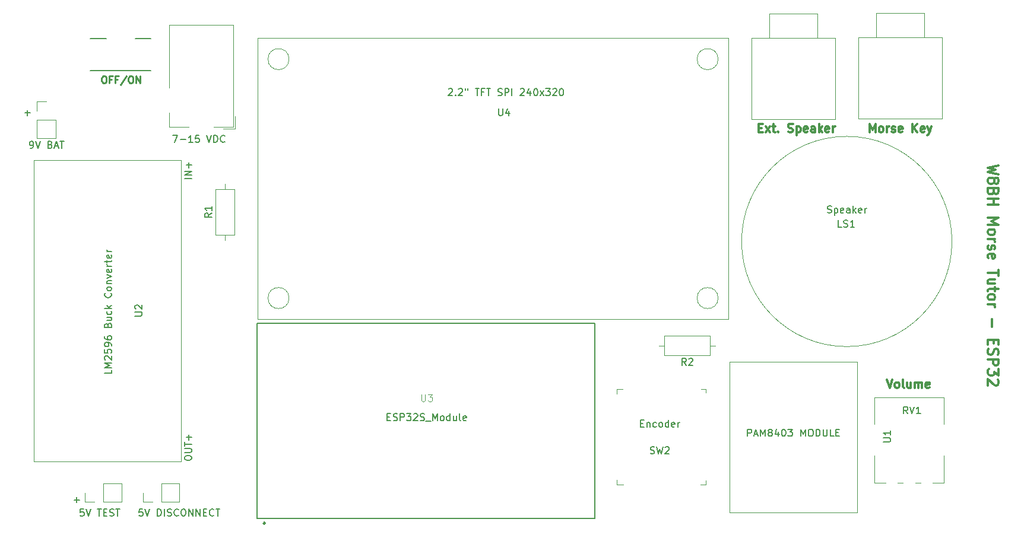
<source format=gbr>
G04 #@! TF.GenerationSoftware,KiCad,Pcbnew,(5.1.4)-1*
G04 #@! TF.CreationDate,2019-10-09T17:37:27-04:00*
G04 #@! TF.ProjectId,MorseTutor3,4d6f7273-6554-4757-946f-72332e6b6963,rev?*
G04 #@! TF.SameCoordinates,Original*
G04 #@! TF.FileFunction,Legend,Top*
G04 #@! TF.FilePolarity,Positive*
%FSLAX46Y46*%
G04 Gerber Fmt 4.6, Leading zero omitted, Abs format (unit mm)*
G04 Created by KiCad (PCBNEW (5.1.4)-1) date 2019-10-09 17:37:27*
%MOMM*%
%LPD*%
G04 APERTURE LIST*
%ADD10C,0.300000*%
%ADD11C,0.150000*%
%ADD12C,0.100000*%
%ADD13C,0.127000*%
%ADD14C,0.280000*%
%ADD15C,0.120000*%
%ADD16C,0.050000*%
%ADD17C,0.250000*%
G04 APERTURE END LIST*
D10*
X159385714Y-83842857D02*
X159785714Y-85042857D01*
X160185714Y-83842857D01*
X160757142Y-85042857D02*
X160642857Y-84985714D01*
X160585714Y-84928571D01*
X160528571Y-84814285D01*
X160528571Y-84471428D01*
X160585714Y-84357142D01*
X160642857Y-84300000D01*
X160757142Y-84242857D01*
X160928571Y-84242857D01*
X161042857Y-84300000D01*
X161100000Y-84357142D01*
X161157142Y-84471428D01*
X161157142Y-84814285D01*
X161100000Y-84928571D01*
X161042857Y-84985714D01*
X160928571Y-85042857D01*
X160757142Y-85042857D01*
X161842857Y-85042857D02*
X161728571Y-84985714D01*
X161671428Y-84871428D01*
X161671428Y-83842857D01*
X162814285Y-84242857D02*
X162814285Y-85042857D01*
X162300000Y-84242857D02*
X162300000Y-84871428D01*
X162357142Y-84985714D01*
X162471428Y-85042857D01*
X162642857Y-85042857D01*
X162757142Y-84985714D01*
X162814285Y-84928571D01*
X163385714Y-85042857D02*
X163385714Y-84242857D01*
X163385714Y-84357142D02*
X163442857Y-84300000D01*
X163557142Y-84242857D01*
X163728571Y-84242857D01*
X163842857Y-84300000D01*
X163900000Y-84414285D01*
X163900000Y-85042857D01*
X163900000Y-84414285D02*
X163957142Y-84300000D01*
X164071428Y-84242857D01*
X164242857Y-84242857D01*
X164357142Y-84300000D01*
X164414285Y-84414285D01*
X164414285Y-85042857D01*
X165442857Y-84985714D02*
X165328571Y-85042857D01*
X165100000Y-85042857D01*
X164985714Y-84985714D01*
X164928571Y-84871428D01*
X164928571Y-84414285D01*
X164985714Y-84300000D01*
X165100000Y-84242857D01*
X165328571Y-84242857D01*
X165442857Y-84300000D01*
X165500000Y-84414285D01*
X165500000Y-84528571D01*
X164928571Y-84642857D01*
X175321428Y-53249999D02*
X173821428Y-53607142D01*
X174892857Y-53892857D01*
X173821428Y-54178571D01*
X175321428Y-54535714D01*
X174678571Y-55321428D02*
X174750000Y-55178571D01*
X174821428Y-55107142D01*
X174964285Y-55035714D01*
X175035714Y-55035714D01*
X175178571Y-55107142D01*
X175250000Y-55178571D01*
X175321428Y-55321428D01*
X175321428Y-55607142D01*
X175250000Y-55749999D01*
X175178571Y-55821428D01*
X175035714Y-55892857D01*
X174964285Y-55892857D01*
X174821428Y-55821428D01*
X174750000Y-55749999D01*
X174678571Y-55607142D01*
X174678571Y-55321428D01*
X174607142Y-55178571D01*
X174535714Y-55107142D01*
X174392857Y-55035714D01*
X174107142Y-55035714D01*
X173964285Y-55107142D01*
X173892857Y-55178571D01*
X173821428Y-55321428D01*
X173821428Y-55607142D01*
X173892857Y-55749999D01*
X173964285Y-55821428D01*
X174107142Y-55892857D01*
X174392857Y-55892857D01*
X174535714Y-55821428D01*
X174607142Y-55749999D01*
X174678571Y-55607142D01*
X174607142Y-57035714D02*
X174535714Y-57249999D01*
X174464285Y-57321428D01*
X174321428Y-57392857D01*
X174107142Y-57392857D01*
X173964285Y-57321428D01*
X173892857Y-57249999D01*
X173821428Y-57107142D01*
X173821428Y-56535714D01*
X175321428Y-56535714D01*
X175321428Y-57035714D01*
X175250000Y-57178571D01*
X175178571Y-57249999D01*
X175035714Y-57321428D01*
X174892857Y-57321428D01*
X174750000Y-57249999D01*
X174678571Y-57178571D01*
X174607142Y-57035714D01*
X174607142Y-56535714D01*
X173821428Y-58035714D02*
X175321428Y-58035714D01*
X174607142Y-58035714D02*
X174607142Y-58892857D01*
X173821428Y-58892857D02*
X175321428Y-58892857D01*
X173821428Y-60749999D02*
X175321428Y-60749999D01*
X174250000Y-61249999D01*
X175321428Y-61749999D01*
X173821428Y-61749999D01*
X173821428Y-62678571D02*
X173892857Y-62535714D01*
X173964285Y-62464285D01*
X174107142Y-62392857D01*
X174535714Y-62392857D01*
X174678571Y-62464285D01*
X174750000Y-62535714D01*
X174821428Y-62678571D01*
X174821428Y-62892857D01*
X174750000Y-63035714D01*
X174678571Y-63107142D01*
X174535714Y-63178571D01*
X174107142Y-63178571D01*
X173964285Y-63107142D01*
X173892857Y-63035714D01*
X173821428Y-62892857D01*
X173821428Y-62678571D01*
X173821428Y-63821428D02*
X174821428Y-63821428D01*
X174535714Y-63821428D02*
X174678571Y-63892857D01*
X174750000Y-63964285D01*
X174821428Y-64107142D01*
X174821428Y-64249999D01*
X173892857Y-64678571D02*
X173821428Y-64821428D01*
X173821428Y-65107142D01*
X173892857Y-65249999D01*
X174035714Y-65321428D01*
X174107142Y-65321428D01*
X174250000Y-65249999D01*
X174321428Y-65107142D01*
X174321428Y-64892857D01*
X174392857Y-64749999D01*
X174535714Y-64678571D01*
X174607142Y-64678571D01*
X174750000Y-64749999D01*
X174821428Y-64892857D01*
X174821428Y-65107142D01*
X174750000Y-65249999D01*
X173892857Y-66535714D02*
X173821428Y-66392857D01*
X173821428Y-66107142D01*
X173892857Y-65964285D01*
X174035714Y-65892857D01*
X174607142Y-65892857D01*
X174750000Y-65964285D01*
X174821428Y-66107142D01*
X174821428Y-66392857D01*
X174750000Y-66535714D01*
X174607142Y-66607142D01*
X174464285Y-66607142D01*
X174321428Y-65892857D01*
X175321428Y-68178571D02*
X175321428Y-69035714D01*
X173821428Y-68607142D02*
X175321428Y-68607142D01*
X174821428Y-70178571D02*
X173821428Y-70178571D01*
X174821428Y-69535714D02*
X174035714Y-69535714D01*
X173892857Y-69607142D01*
X173821428Y-69749999D01*
X173821428Y-69964285D01*
X173892857Y-70107142D01*
X173964285Y-70178571D01*
X174821428Y-70678571D02*
X174821428Y-71249999D01*
X175321428Y-70892857D02*
X174035714Y-70892857D01*
X173892857Y-70964285D01*
X173821428Y-71107142D01*
X173821428Y-71249999D01*
X173821428Y-71964285D02*
X173892857Y-71821428D01*
X173964285Y-71750000D01*
X174107142Y-71678571D01*
X174535714Y-71678571D01*
X174678571Y-71750000D01*
X174750000Y-71821428D01*
X174821428Y-71964285D01*
X174821428Y-72178571D01*
X174750000Y-72321428D01*
X174678571Y-72392857D01*
X174535714Y-72464285D01*
X174107142Y-72464285D01*
X173964285Y-72392857D01*
X173892857Y-72321428D01*
X173821428Y-72178571D01*
X173821428Y-71964285D01*
X173821428Y-73107142D02*
X174821428Y-73107142D01*
X174535714Y-73107142D02*
X174678571Y-73178571D01*
X174750000Y-73250000D01*
X174821428Y-73392857D01*
X174821428Y-73535714D01*
X174392857Y-75178571D02*
X174392857Y-76321428D01*
X174607142Y-78178571D02*
X174607142Y-78678571D01*
X173821428Y-78892857D02*
X173821428Y-78178571D01*
X175321428Y-78178571D01*
X175321428Y-78892857D01*
X173892857Y-79464285D02*
X173821428Y-79678571D01*
X173821428Y-80035714D01*
X173892857Y-80178571D01*
X173964285Y-80250000D01*
X174107142Y-80321428D01*
X174250000Y-80321428D01*
X174392857Y-80250000D01*
X174464285Y-80178571D01*
X174535714Y-80035714D01*
X174607142Y-79750000D01*
X174678571Y-79607142D01*
X174750000Y-79535714D01*
X174892857Y-79464285D01*
X175035714Y-79464285D01*
X175178571Y-79535714D01*
X175250000Y-79607142D01*
X175321428Y-79750000D01*
X175321428Y-80107142D01*
X175250000Y-80321428D01*
X173821428Y-80964285D02*
X175321428Y-80964285D01*
X175321428Y-81535714D01*
X175250000Y-81678571D01*
X175178571Y-81750000D01*
X175035714Y-81821428D01*
X174821428Y-81821428D01*
X174678571Y-81750000D01*
X174607142Y-81678571D01*
X174535714Y-81535714D01*
X174535714Y-80964285D01*
X175321428Y-82321428D02*
X175321428Y-83250000D01*
X174750000Y-82750000D01*
X174750000Y-82964285D01*
X174678571Y-83107142D01*
X174607142Y-83178571D01*
X174464285Y-83250000D01*
X174107142Y-83250000D01*
X173964285Y-83178571D01*
X173892857Y-83107142D01*
X173821428Y-82964285D01*
X173821428Y-82535714D01*
X173892857Y-82392857D01*
X173964285Y-82321428D01*
X175178571Y-83821428D02*
X175250000Y-83892857D01*
X175321428Y-84035714D01*
X175321428Y-84392857D01*
X175250000Y-84535714D01*
X175178571Y-84607142D01*
X175035714Y-84678571D01*
X174892857Y-84678571D01*
X174678571Y-84607142D01*
X173821428Y-83750000D01*
X173821428Y-84678571D01*
D11*
X44215952Y-101036428D02*
X43454047Y-101036428D01*
X43835000Y-101417380D02*
X43835000Y-100655476D01*
X37210952Y-45791428D02*
X36449047Y-45791428D01*
X36830000Y-46172380D02*
X36830000Y-45410476D01*
D12*
X168670000Y-64135000D02*
G75*
G03X168670000Y-64135000I-15000000J0D01*
G01*
D13*
X69550000Y-98750000D02*
X69550000Y-75800000D01*
X69550000Y-75800000D02*
X69550000Y-80750000D01*
X69550000Y-103700000D02*
X69550000Y-98750000D01*
D14*
X70740000Y-104350000D02*
G75*
G03X70740000Y-104350000I-140000J0D01*
G01*
D13*
X117750000Y-75800000D02*
X117750000Y-103700000D01*
X69550000Y-75800000D02*
X117750000Y-75800000D01*
X117750000Y-103700000D02*
X69550000Y-103700000D01*
D12*
X142650000Y-31600000D02*
X142650000Y-35100000D01*
X149450000Y-31600000D02*
X142650000Y-31600000D01*
X149450000Y-35100000D02*
X149450000Y-31600000D01*
X140050000Y-46700000D02*
X140050000Y-35100000D01*
X152050000Y-46700000D02*
X140050000Y-46700000D01*
X152050000Y-35100000D02*
X152050000Y-46700000D01*
X152050000Y-35100000D02*
X140050000Y-35100000D01*
X157890000Y-31500000D02*
X157890000Y-35000000D01*
X164690000Y-31500000D02*
X157890000Y-31500000D01*
X164690000Y-35000000D02*
X164690000Y-31500000D01*
X155290000Y-46600000D02*
X155290000Y-35000000D01*
X167290000Y-46600000D02*
X155290000Y-46600000D01*
X167290000Y-35000000D02*
X167290000Y-46600000D01*
X167290000Y-35000000D02*
X155290000Y-35000000D01*
X155150000Y-102825000D02*
X136950000Y-102825000D01*
X155150000Y-81325000D02*
X155150000Y-102825000D01*
X136950000Y-81325000D02*
X155150000Y-81325000D01*
X136950000Y-102825000D02*
X136950000Y-81325000D01*
D15*
X56995000Y-42190000D02*
X56995000Y-33190000D01*
X56995000Y-33190000D02*
X66195000Y-33190000D01*
X66195000Y-33190000D02*
X66195000Y-47790000D01*
X66195000Y-47790000D02*
X63395000Y-47790000D01*
X59795000Y-47790000D02*
X56995000Y-47790000D01*
X56995000Y-47790000D02*
X56995000Y-45790000D01*
X66435000Y-46290000D02*
X66435000Y-48030000D01*
X66435000Y-48030000D02*
X64695000Y-48030000D01*
X63630000Y-63190000D02*
X66370000Y-63190000D01*
X66370000Y-63190000D02*
X66370000Y-56650000D01*
X66370000Y-56650000D02*
X63630000Y-56650000D01*
X63630000Y-56650000D02*
X63630000Y-63190000D01*
X65000000Y-63960000D02*
X65000000Y-63190000D01*
X65000000Y-55880000D02*
X65000000Y-56650000D01*
X126880000Y-79000000D02*
X127650000Y-79000000D01*
X134960000Y-79000000D02*
X134190000Y-79000000D01*
X127650000Y-80370000D02*
X134190000Y-80370000D01*
X127650000Y-77630000D02*
X127650000Y-80370000D01*
X134190000Y-77630000D02*
X127650000Y-77630000D01*
X134190000Y-80370000D02*
X134190000Y-77630000D01*
D11*
X54370000Y-39765000D02*
X45770000Y-39765000D01*
X54370000Y-35165000D02*
X52170000Y-35165000D01*
X48070000Y-35165000D02*
X45770000Y-35165000D01*
D15*
X45045000Y-101330000D02*
X45045000Y-100000000D01*
X46375000Y-101330000D02*
X45045000Y-101330000D01*
X47645000Y-101330000D02*
X47645000Y-98670000D01*
X47645000Y-98670000D02*
X50245000Y-98670000D01*
X47645000Y-101330000D02*
X50245000Y-101330000D01*
X50245000Y-101330000D02*
X50245000Y-98670000D01*
X58500000Y-101330000D02*
X58500000Y-98670000D01*
X55900000Y-101330000D02*
X58500000Y-101330000D01*
X55900000Y-98670000D02*
X58500000Y-98670000D01*
X55900000Y-101330000D02*
X55900000Y-98670000D01*
X54630000Y-101330000D02*
X53300000Y-101330000D01*
X53300000Y-101330000D02*
X53300000Y-100000000D01*
X38170000Y-49370000D02*
X40830000Y-49370000D01*
X38170000Y-46770000D02*
X38170000Y-49370000D01*
X40830000Y-46770000D02*
X40830000Y-49370000D01*
X38170000Y-46770000D02*
X40830000Y-46770000D01*
X38170000Y-45500000D02*
X38170000Y-44170000D01*
X38170000Y-44170000D02*
X39500000Y-44170000D01*
D12*
X121775000Y-98825000D02*
X120825000Y-98825000D01*
X120825000Y-98825000D02*
X120825000Y-98150000D01*
X121675000Y-85175000D02*
X120825000Y-85175000D01*
X120825000Y-85175000D02*
X120825000Y-85850000D01*
X133575000Y-98250000D02*
X133575000Y-98825000D01*
X133575000Y-98825000D02*
X132775000Y-98825000D01*
X132875000Y-85175000D02*
X133575000Y-85175000D01*
X133575000Y-85175000D02*
X133575000Y-85675000D01*
X58760000Y-52500000D02*
X58760000Y-95500000D01*
X58760000Y-95500000D02*
X37760000Y-95500000D01*
X37760000Y-95500000D02*
X37760000Y-52500000D01*
X37760000Y-52500000D02*
X58760000Y-52500000D01*
X69620000Y-35110000D02*
X136820000Y-35110000D01*
X136820000Y-35110000D02*
X136820000Y-75210000D01*
X136820000Y-75210000D02*
X69620000Y-75210000D01*
X69620000Y-75210000D02*
X69620000Y-35110000D01*
X74120000Y-38110000D02*
G75*
G03X74120000Y-38110000I-1500000J0D01*
G01*
X74120000Y-72210000D02*
G75*
G03X74120000Y-72210000I-1500000J0D01*
G01*
X135320000Y-38110000D02*
G75*
G03X135320000Y-38110000I-1500000J0D01*
G01*
X135320000Y-72210000D02*
G75*
G03X135320000Y-72210000I-1500000J0D01*
G01*
D15*
X157590000Y-98595000D02*
X157590000Y-94730000D01*
X157590000Y-90220000D02*
X157590000Y-86355000D01*
X167530000Y-98595000D02*
X167530000Y-94730000D01*
X167530000Y-90220000D02*
X167530000Y-86355000D01*
X157590000Y-98595000D02*
X159189000Y-98595000D01*
X160931000Y-98595000D02*
X161690000Y-98595000D01*
X163431000Y-98595000D02*
X164190000Y-98595000D01*
X165930000Y-98595000D02*
X167530000Y-98595000D01*
X157590000Y-86355000D02*
X167530000Y-86355000D01*
D11*
X152947142Y-62087380D02*
X152470952Y-62087380D01*
X152470952Y-61087380D01*
X153232857Y-62039761D02*
X153375714Y-62087380D01*
X153613809Y-62087380D01*
X153709047Y-62039761D01*
X153756666Y-61992142D01*
X153804285Y-61896904D01*
X153804285Y-61801666D01*
X153756666Y-61706428D01*
X153709047Y-61658809D01*
X153613809Y-61611190D01*
X153423333Y-61563571D01*
X153328095Y-61515952D01*
X153280476Y-61468333D01*
X153232857Y-61373095D01*
X153232857Y-61277857D01*
X153280476Y-61182619D01*
X153328095Y-61135000D01*
X153423333Y-61087380D01*
X153661428Y-61087380D01*
X153804285Y-61135000D01*
X154756666Y-62087380D02*
X154185238Y-62087380D01*
X154470952Y-62087380D02*
X154470952Y-61087380D01*
X154375714Y-61230238D01*
X154280476Y-61325476D01*
X154185238Y-61373095D01*
X150908095Y-59999761D02*
X151050952Y-60047380D01*
X151289047Y-60047380D01*
X151384285Y-59999761D01*
X151431904Y-59952142D01*
X151479523Y-59856904D01*
X151479523Y-59761666D01*
X151431904Y-59666428D01*
X151384285Y-59618809D01*
X151289047Y-59571190D01*
X151098571Y-59523571D01*
X151003333Y-59475952D01*
X150955714Y-59428333D01*
X150908095Y-59333095D01*
X150908095Y-59237857D01*
X150955714Y-59142619D01*
X151003333Y-59095000D01*
X151098571Y-59047380D01*
X151336666Y-59047380D01*
X151479523Y-59095000D01*
X151908095Y-59380714D02*
X151908095Y-60380714D01*
X151908095Y-59428333D02*
X152003333Y-59380714D01*
X152193809Y-59380714D01*
X152289047Y-59428333D01*
X152336666Y-59475952D01*
X152384285Y-59571190D01*
X152384285Y-59856904D01*
X152336666Y-59952142D01*
X152289047Y-59999761D01*
X152193809Y-60047380D01*
X152003333Y-60047380D01*
X151908095Y-59999761D01*
X153193809Y-59999761D02*
X153098571Y-60047380D01*
X152908095Y-60047380D01*
X152812857Y-59999761D01*
X152765238Y-59904523D01*
X152765238Y-59523571D01*
X152812857Y-59428333D01*
X152908095Y-59380714D01*
X153098571Y-59380714D01*
X153193809Y-59428333D01*
X153241428Y-59523571D01*
X153241428Y-59618809D01*
X152765238Y-59714047D01*
X154098571Y-60047380D02*
X154098571Y-59523571D01*
X154050952Y-59428333D01*
X153955714Y-59380714D01*
X153765238Y-59380714D01*
X153670000Y-59428333D01*
X154098571Y-59999761D02*
X154003333Y-60047380D01*
X153765238Y-60047380D01*
X153670000Y-59999761D01*
X153622380Y-59904523D01*
X153622380Y-59809285D01*
X153670000Y-59714047D01*
X153765238Y-59666428D01*
X154003333Y-59666428D01*
X154098571Y-59618809D01*
X154574761Y-60047380D02*
X154574761Y-59047380D01*
X154670000Y-59666428D02*
X154955714Y-60047380D01*
X154955714Y-59380714D02*
X154574761Y-59761666D01*
X155765238Y-59999761D02*
X155670000Y-60047380D01*
X155479523Y-60047380D01*
X155384285Y-59999761D01*
X155336666Y-59904523D01*
X155336666Y-59523571D01*
X155384285Y-59428333D01*
X155479523Y-59380714D01*
X155670000Y-59380714D01*
X155765238Y-59428333D01*
X155812857Y-59523571D01*
X155812857Y-59618809D01*
X155336666Y-59714047D01*
X156241428Y-60047380D02*
X156241428Y-59380714D01*
X156241428Y-59571190D02*
X156289047Y-59475952D01*
X156336666Y-59428333D01*
X156431904Y-59380714D01*
X156527142Y-59380714D01*
D16*
X92987798Y-85952167D02*
X92987798Y-86762006D01*
X93035435Y-86857282D01*
X93083073Y-86904919D01*
X93178348Y-86952557D01*
X93368899Y-86952557D01*
X93464174Y-86904919D01*
X93511811Y-86857282D01*
X93559449Y-86762006D01*
X93559449Y-85952167D01*
X93940550Y-85952167D02*
X94559839Y-85952167D01*
X94226376Y-86333268D01*
X94369289Y-86333268D01*
X94464564Y-86380905D01*
X94512201Y-86428543D01*
X94559839Y-86523818D01*
X94559839Y-86762006D01*
X94512201Y-86857282D01*
X94464564Y-86904919D01*
X94369289Y-86952557D01*
X94083463Y-86952557D01*
X93988188Y-86904919D01*
X93940550Y-86857282D01*
D11*
X88130952Y-89178571D02*
X88464285Y-89178571D01*
X88607142Y-89702380D02*
X88130952Y-89702380D01*
X88130952Y-88702380D01*
X88607142Y-88702380D01*
X88988095Y-89654761D02*
X89130952Y-89702380D01*
X89369047Y-89702380D01*
X89464285Y-89654761D01*
X89511904Y-89607142D01*
X89559523Y-89511904D01*
X89559523Y-89416666D01*
X89511904Y-89321428D01*
X89464285Y-89273809D01*
X89369047Y-89226190D01*
X89178571Y-89178571D01*
X89083333Y-89130952D01*
X89035714Y-89083333D01*
X88988095Y-88988095D01*
X88988095Y-88892857D01*
X89035714Y-88797619D01*
X89083333Y-88750000D01*
X89178571Y-88702380D01*
X89416666Y-88702380D01*
X89559523Y-88750000D01*
X89988095Y-89702380D02*
X89988095Y-88702380D01*
X90369047Y-88702380D01*
X90464285Y-88750000D01*
X90511904Y-88797619D01*
X90559523Y-88892857D01*
X90559523Y-89035714D01*
X90511904Y-89130952D01*
X90464285Y-89178571D01*
X90369047Y-89226190D01*
X89988095Y-89226190D01*
X90892857Y-88702380D02*
X91511904Y-88702380D01*
X91178571Y-89083333D01*
X91321428Y-89083333D01*
X91416666Y-89130952D01*
X91464285Y-89178571D01*
X91511904Y-89273809D01*
X91511904Y-89511904D01*
X91464285Y-89607142D01*
X91416666Y-89654761D01*
X91321428Y-89702380D01*
X91035714Y-89702380D01*
X90940476Y-89654761D01*
X90892857Y-89607142D01*
X91892857Y-88797619D02*
X91940476Y-88750000D01*
X92035714Y-88702380D01*
X92273809Y-88702380D01*
X92369047Y-88750000D01*
X92416666Y-88797619D01*
X92464285Y-88892857D01*
X92464285Y-88988095D01*
X92416666Y-89130952D01*
X91845238Y-89702380D01*
X92464285Y-89702380D01*
X92845238Y-89654761D02*
X92988095Y-89702380D01*
X93226190Y-89702380D01*
X93321428Y-89654761D01*
X93369047Y-89607142D01*
X93416666Y-89511904D01*
X93416666Y-89416666D01*
X93369047Y-89321428D01*
X93321428Y-89273809D01*
X93226190Y-89226190D01*
X93035714Y-89178571D01*
X92940476Y-89130952D01*
X92892857Y-89083333D01*
X92845238Y-88988095D01*
X92845238Y-88892857D01*
X92892857Y-88797619D01*
X92940476Y-88750000D01*
X93035714Y-88702380D01*
X93273809Y-88702380D01*
X93416666Y-88750000D01*
X93607142Y-89797619D02*
X94369047Y-89797619D01*
X94607142Y-89702380D02*
X94607142Y-88702380D01*
X94940476Y-89416666D01*
X95273809Y-88702380D01*
X95273809Y-89702380D01*
X95892857Y-89702380D02*
X95797619Y-89654761D01*
X95750000Y-89607142D01*
X95702380Y-89511904D01*
X95702380Y-89226190D01*
X95750000Y-89130952D01*
X95797619Y-89083333D01*
X95892857Y-89035714D01*
X96035714Y-89035714D01*
X96130952Y-89083333D01*
X96178571Y-89130952D01*
X96226190Y-89226190D01*
X96226190Y-89511904D01*
X96178571Y-89607142D01*
X96130952Y-89654761D01*
X96035714Y-89702380D01*
X95892857Y-89702380D01*
X97083333Y-89702380D02*
X97083333Y-88702380D01*
X97083333Y-89654761D02*
X96988095Y-89702380D01*
X96797619Y-89702380D01*
X96702380Y-89654761D01*
X96654761Y-89607142D01*
X96607142Y-89511904D01*
X96607142Y-89226190D01*
X96654761Y-89130952D01*
X96702380Y-89083333D01*
X96797619Y-89035714D01*
X96988095Y-89035714D01*
X97083333Y-89083333D01*
X97988095Y-89035714D02*
X97988095Y-89702380D01*
X97559523Y-89035714D02*
X97559523Y-89559523D01*
X97607142Y-89654761D01*
X97702380Y-89702380D01*
X97845238Y-89702380D01*
X97940476Y-89654761D01*
X97988095Y-89607142D01*
X98607142Y-89702380D02*
X98511904Y-89654761D01*
X98464285Y-89559523D01*
X98464285Y-88702380D01*
X99369047Y-89654761D02*
X99273809Y-89702380D01*
X99083333Y-89702380D01*
X98988095Y-89654761D01*
X98940476Y-89559523D01*
X98940476Y-89178571D01*
X98988095Y-89083333D01*
X99083333Y-89035714D01*
X99273809Y-89035714D01*
X99369047Y-89083333D01*
X99416666Y-89178571D01*
X99416666Y-89273809D01*
X98940476Y-89369047D01*
D10*
X141128571Y-47914285D02*
X141528571Y-47914285D01*
X141700000Y-48542857D02*
X141128571Y-48542857D01*
X141128571Y-47342857D01*
X141700000Y-47342857D01*
X142100000Y-48542857D02*
X142728571Y-47742857D01*
X142100000Y-47742857D02*
X142728571Y-48542857D01*
X143014285Y-47742857D02*
X143471428Y-47742857D01*
X143185714Y-47342857D02*
X143185714Y-48371428D01*
X143242857Y-48485714D01*
X143357142Y-48542857D01*
X143471428Y-48542857D01*
X143871428Y-48428571D02*
X143928571Y-48485714D01*
X143871428Y-48542857D01*
X143814285Y-48485714D01*
X143871428Y-48428571D01*
X143871428Y-48542857D01*
X145300000Y-48485714D02*
X145471428Y-48542857D01*
X145757142Y-48542857D01*
X145871428Y-48485714D01*
X145928571Y-48428571D01*
X145985714Y-48314285D01*
X145985714Y-48200000D01*
X145928571Y-48085714D01*
X145871428Y-48028571D01*
X145757142Y-47971428D01*
X145528571Y-47914285D01*
X145414285Y-47857142D01*
X145357142Y-47800000D01*
X145300000Y-47685714D01*
X145300000Y-47571428D01*
X145357142Y-47457142D01*
X145414285Y-47400000D01*
X145528571Y-47342857D01*
X145814285Y-47342857D01*
X145985714Y-47400000D01*
X146500000Y-47742857D02*
X146500000Y-48942857D01*
X146500000Y-47800000D02*
X146614285Y-47742857D01*
X146842857Y-47742857D01*
X146957142Y-47800000D01*
X147014285Y-47857142D01*
X147071428Y-47971428D01*
X147071428Y-48314285D01*
X147014285Y-48428571D01*
X146957142Y-48485714D01*
X146842857Y-48542857D01*
X146614285Y-48542857D01*
X146500000Y-48485714D01*
X148042857Y-48485714D02*
X147928571Y-48542857D01*
X147700000Y-48542857D01*
X147585714Y-48485714D01*
X147528571Y-48371428D01*
X147528571Y-47914285D01*
X147585714Y-47800000D01*
X147700000Y-47742857D01*
X147928571Y-47742857D01*
X148042857Y-47800000D01*
X148100000Y-47914285D01*
X148100000Y-48028571D01*
X147528571Y-48142857D01*
X149128571Y-48542857D02*
X149128571Y-47914285D01*
X149071428Y-47800000D01*
X148957142Y-47742857D01*
X148728571Y-47742857D01*
X148614285Y-47800000D01*
X149128571Y-48485714D02*
X149014285Y-48542857D01*
X148728571Y-48542857D01*
X148614285Y-48485714D01*
X148557142Y-48371428D01*
X148557142Y-48257142D01*
X148614285Y-48142857D01*
X148728571Y-48085714D01*
X149014285Y-48085714D01*
X149128571Y-48028571D01*
X149700000Y-48542857D02*
X149700000Y-47342857D01*
X149814285Y-48085714D02*
X150157142Y-48542857D01*
X150157142Y-47742857D02*
X149700000Y-48200000D01*
X151128571Y-48485714D02*
X151014285Y-48542857D01*
X150785714Y-48542857D01*
X150671428Y-48485714D01*
X150614285Y-48371428D01*
X150614285Y-47914285D01*
X150671428Y-47800000D01*
X150785714Y-47742857D01*
X151014285Y-47742857D01*
X151128571Y-47800000D01*
X151185714Y-47914285D01*
X151185714Y-48028571D01*
X150614285Y-48142857D01*
X151700000Y-48542857D02*
X151700000Y-47742857D01*
X151700000Y-47971428D02*
X151757142Y-47857142D01*
X151814285Y-47800000D01*
X151928571Y-47742857D01*
X152042857Y-47742857D01*
X156947142Y-48542857D02*
X156947142Y-47342857D01*
X157347142Y-48200000D01*
X157747142Y-47342857D01*
X157747142Y-48542857D01*
X158490000Y-48542857D02*
X158375714Y-48485714D01*
X158318571Y-48428571D01*
X158261428Y-48314285D01*
X158261428Y-47971428D01*
X158318571Y-47857142D01*
X158375714Y-47800000D01*
X158490000Y-47742857D01*
X158661428Y-47742857D01*
X158775714Y-47800000D01*
X158832857Y-47857142D01*
X158890000Y-47971428D01*
X158890000Y-48314285D01*
X158832857Y-48428571D01*
X158775714Y-48485714D01*
X158661428Y-48542857D01*
X158490000Y-48542857D01*
X159404285Y-48542857D02*
X159404285Y-47742857D01*
X159404285Y-47971428D02*
X159461428Y-47857142D01*
X159518571Y-47800000D01*
X159632857Y-47742857D01*
X159747142Y-47742857D01*
X160090000Y-48485714D02*
X160204285Y-48542857D01*
X160432857Y-48542857D01*
X160547142Y-48485714D01*
X160604285Y-48371428D01*
X160604285Y-48314285D01*
X160547142Y-48200000D01*
X160432857Y-48142857D01*
X160261428Y-48142857D01*
X160147142Y-48085714D01*
X160090000Y-47971428D01*
X160090000Y-47914285D01*
X160147142Y-47800000D01*
X160261428Y-47742857D01*
X160432857Y-47742857D01*
X160547142Y-47800000D01*
X161575714Y-48485714D02*
X161461428Y-48542857D01*
X161232857Y-48542857D01*
X161118571Y-48485714D01*
X161061428Y-48371428D01*
X161061428Y-47914285D01*
X161118571Y-47800000D01*
X161232857Y-47742857D01*
X161461428Y-47742857D01*
X161575714Y-47800000D01*
X161632857Y-47914285D01*
X161632857Y-48028571D01*
X161061428Y-48142857D01*
X163061428Y-48542857D02*
X163061428Y-47342857D01*
X163747142Y-48542857D02*
X163232857Y-47857142D01*
X163747142Y-47342857D02*
X163061428Y-48028571D01*
X164718571Y-48485714D02*
X164604285Y-48542857D01*
X164375714Y-48542857D01*
X164261428Y-48485714D01*
X164204285Y-48371428D01*
X164204285Y-47914285D01*
X164261428Y-47800000D01*
X164375714Y-47742857D01*
X164604285Y-47742857D01*
X164718571Y-47800000D01*
X164775714Y-47914285D01*
X164775714Y-48028571D01*
X164204285Y-48142857D01*
X165175714Y-47742857D02*
X165461428Y-48542857D01*
X165747142Y-47742857D02*
X165461428Y-48542857D01*
X165347142Y-48828571D01*
X165290000Y-48885714D01*
X165175714Y-48942857D01*
D11*
X158902380Y-92736904D02*
X159711904Y-92736904D01*
X159807142Y-92689285D01*
X159854761Y-92641666D01*
X159902380Y-92546428D01*
X159902380Y-92355952D01*
X159854761Y-92260714D01*
X159807142Y-92213095D01*
X159711904Y-92165476D01*
X158902380Y-92165476D01*
X159902380Y-91165476D02*
X159902380Y-91736904D01*
X159902380Y-91451190D02*
X158902380Y-91451190D01*
X159045238Y-91546428D01*
X159140476Y-91641666D01*
X159188095Y-91736904D01*
X139526190Y-91937380D02*
X139526190Y-90937380D01*
X139907142Y-90937380D01*
X140002380Y-90985000D01*
X140050000Y-91032619D01*
X140097619Y-91127857D01*
X140097619Y-91270714D01*
X140050000Y-91365952D01*
X140002380Y-91413571D01*
X139907142Y-91461190D01*
X139526190Y-91461190D01*
X140478571Y-91651666D02*
X140954761Y-91651666D01*
X140383333Y-91937380D02*
X140716666Y-90937380D01*
X141050000Y-91937380D01*
X141383333Y-91937380D02*
X141383333Y-90937380D01*
X141716666Y-91651666D01*
X142050000Y-90937380D01*
X142050000Y-91937380D01*
X142669047Y-91365952D02*
X142573809Y-91318333D01*
X142526190Y-91270714D01*
X142478571Y-91175476D01*
X142478571Y-91127857D01*
X142526190Y-91032619D01*
X142573809Y-90985000D01*
X142669047Y-90937380D01*
X142859523Y-90937380D01*
X142954761Y-90985000D01*
X143002380Y-91032619D01*
X143050000Y-91127857D01*
X143050000Y-91175476D01*
X143002380Y-91270714D01*
X142954761Y-91318333D01*
X142859523Y-91365952D01*
X142669047Y-91365952D01*
X142573809Y-91413571D01*
X142526190Y-91461190D01*
X142478571Y-91556428D01*
X142478571Y-91746904D01*
X142526190Y-91842142D01*
X142573809Y-91889761D01*
X142669047Y-91937380D01*
X142859523Y-91937380D01*
X142954761Y-91889761D01*
X143002380Y-91842142D01*
X143050000Y-91746904D01*
X143050000Y-91556428D01*
X143002380Y-91461190D01*
X142954761Y-91413571D01*
X142859523Y-91365952D01*
X143907142Y-91270714D02*
X143907142Y-91937380D01*
X143669047Y-90889761D02*
X143430952Y-91604047D01*
X144050000Y-91604047D01*
X144621428Y-90937380D02*
X144716666Y-90937380D01*
X144811904Y-90985000D01*
X144859523Y-91032619D01*
X144907142Y-91127857D01*
X144954761Y-91318333D01*
X144954761Y-91556428D01*
X144907142Y-91746904D01*
X144859523Y-91842142D01*
X144811904Y-91889761D01*
X144716666Y-91937380D01*
X144621428Y-91937380D01*
X144526190Y-91889761D01*
X144478571Y-91842142D01*
X144430952Y-91746904D01*
X144383333Y-91556428D01*
X144383333Y-91318333D01*
X144430952Y-91127857D01*
X144478571Y-91032619D01*
X144526190Y-90985000D01*
X144621428Y-90937380D01*
X145288095Y-90937380D02*
X145907142Y-90937380D01*
X145573809Y-91318333D01*
X145716666Y-91318333D01*
X145811904Y-91365952D01*
X145859523Y-91413571D01*
X145907142Y-91508809D01*
X145907142Y-91746904D01*
X145859523Y-91842142D01*
X145811904Y-91889761D01*
X145716666Y-91937380D01*
X145430952Y-91937380D01*
X145335714Y-91889761D01*
X145288095Y-91842142D01*
X147097619Y-91937380D02*
X147097619Y-90937380D01*
X147430952Y-91651666D01*
X147764285Y-90937380D01*
X147764285Y-91937380D01*
X148430952Y-90937380D02*
X148621428Y-90937380D01*
X148716666Y-90985000D01*
X148811904Y-91080238D01*
X148859523Y-91270714D01*
X148859523Y-91604047D01*
X148811904Y-91794523D01*
X148716666Y-91889761D01*
X148621428Y-91937380D01*
X148430952Y-91937380D01*
X148335714Y-91889761D01*
X148240476Y-91794523D01*
X148192857Y-91604047D01*
X148192857Y-91270714D01*
X148240476Y-91080238D01*
X148335714Y-90985000D01*
X148430952Y-90937380D01*
X149288095Y-91937380D02*
X149288095Y-90937380D01*
X149526190Y-90937380D01*
X149669047Y-90985000D01*
X149764285Y-91080238D01*
X149811904Y-91175476D01*
X149859523Y-91365952D01*
X149859523Y-91508809D01*
X149811904Y-91699285D01*
X149764285Y-91794523D01*
X149669047Y-91889761D01*
X149526190Y-91937380D01*
X149288095Y-91937380D01*
X150288095Y-90937380D02*
X150288095Y-91746904D01*
X150335714Y-91842142D01*
X150383333Y-91889761D01*
X150478571Y-91937380D01*
X150669047Y-91937380D01*
X150764285Y-91889761D01*
X150811904Y-91842142D01*
X150859523Y-91746904D01*
X150859523Y-90937380D01*
X151811904Y-91937380D02*
X151335714Y-91937380D01*
X151335714Y-90937380D01*
X152145238Y-91413571D02*
X152478571Y-91413571D01*
X152621428Y-91937380D02*
X152145238Y-91937380D01*
X152145238Y-90937380D01*
X152621428Y-90937380D01*
X57570714Y-48982380D02*
X58237380Y-48982380D01*
X57808809Y-49982380D01*
X58618333Y-49601428D02*
X59380238Y-49601428D01*
X60380238Y-49982380D02*
X59808809Y-49982380D01*
X60094523Y-49982380D02*
X60094523Y-48982380D01*
X59999285Y-49125238D01*
X59904047Y-49220476D01*
X59808809Y-49268095D01*
X61285000Y-48982380D02*
X60808809Y-48982380D01*
X60761190Y-49458571D01*
X60808809Y-49410952D01*
X60904047Y-49363333D01*
X61142142Y-49363333D01*
X61237380Y-49410952D01*
X61285000Y-49458571D01*
X61332619Y-49553809D01*
X61332619Y-49791904D01*
X61285000Y-49887142D01*
X61237380Y-49934761D01*
X61142142Y-49982380D01*
X60904047Y-49982380D01*
X60808809Y-49934761D01*
X60761190Y-49887142D01*
X62380238Y-48982380D02*
X62713571Y-49982380D01*
X63046904Y-48982380D01*
X63380238Y-49982380D02*
X63380238Y-48982380D01*
X63618333Y-48982380D01*
X63761190Y-49030000D01*
X63856428Y-49125238D01*
X63904047Y-49220476D01*
X63951666Y-49410952D01*
X63951666Y-49553809D01*
X63904047Y-49744285D01*
X63856428Y-49839523D01*
X63761190Y-49934761D01*
X63618333Y-49982380D01*
X63380238Y-49982380D01*
X64951666Y-49887142D02*
X64904047Y-49934761D01*
X64761190Y-49982380D01*
X64665952Y-49982380D01*
X64523095Y-49934761D01*
X64427857Y-49839523D01*
X64380238Y-49744285D01*
X64332619Y-49553809D01*
X64332619Y-49410952D01*
X64380238Y-49220476D01*
X64427857Y-49125238D01*
X64523095Y-49030000D01*
X64665952Y-48982380D01*
X64761190Y-48982380D01*
X64904047Y-49030000D01*
X64951666Y-49077619D01*
X63082380Y-60086666D02*
X62606190Y-60420000D01*
X63082380Y-60658095D02*
X62082380Y-60658095D01*
X62082380Y-60277142D01*
X62130000Y-60181904D01*
X62177619Y-60134285D01*
X62272857Y-60086666D01*
X62415714Y-60086666D01*
X62510952Y-60134285D01*
X62558571Y-60181904D01*
X62606190Y-60277142D01*
X62606190Y-60658095D01*
X63082380Y-59134285D02*
X63082380Y-59705714D01*
X63082380Y-59420000D02*
X62082380Y-59420000D01*
X62225238Y-59515238D01*
X62320476Y-59610476D01*
X62368095Y-59705714D01*
X130753333Y-81822380D02*
X130420000Y-81346190D01*
X130181904Y-81822380D02*
X130181904Y-80822380D01*
X130562857Y-80822380D01*
X130658095Y-80870000D01*
X130705714Y-80917619D01*
X130753333Y-81012857D01*
X130753333Y-81155714D01*
X130705714Y-81250952D01*
X130658095Y-81298571D01*
X130562857Y-81346190D01*
X130181904Y-81346190D01*
X131134285Y-80917619D02*
X131181904Y-80870000D01*
X131277142Y-80822380D01*
X131515238Y-80822380D01*
X131610476Y-80870000D01*
X131658095Y-80917619D01*
X131705714Y-81012857D01*
X131705714Y-81108095D01*
X131658095Y-81250952D01*
X131086666Y-81822380D01*
X131705714Y-81822380D01*
D17*
X47641190Y-40517380D02*
X47831666Y-40517380D01*
X47926904Y-40565000D01*
X48022142Y-40660238D01*
X48069761Y-40850714D01*
X48069761Y-41184047D01*
X48022142Y-41374523D01*
X47926904Y-41469761D01*
X47831666Y-41517380D01*
X47641190Y-41517380D01*
X47545952Y-41469761D01*
X47450714Y-41374523D01*
X47403095Y-41184047D01*
X47403095Y-40850714D01*
X47450714Y-40660238D01*
X47545952Y-40565000D01*
X47641190Y-40517380D01*
X48831666Y-40993571D02*
X48498333Y-40993571D01*
X48498333Y-41517380D02*
X48498333Y-40517380D01*
X48974523Y-40517380D01*
X49688809Y-40993571D02*
X49355476Y-40993571D01*
X49355476Y-41517380D02*
X49355476Y-40517380D01*
X49831666Y-40517380D01*
X50926904Y-40469761D02*
X50069761Y-41755476D01*
X51450714Y-40517380D02*
X51641190Y-40517380D01*
X51736428Y-40565000D01*
X51831666Y-40660238D01*
X51879285Y-40850714D01*
X51879285Y-41184047D01*
X51831666Y-41374523D01*
X51736428Y-41469761D01*
X51641190Y-41517380D01*
X51450714Y-41517380D01*
X51355476Y-41469761D01*
X51260238Y-41374523D01*
X51212619Y-41184047D01*
X51212619Y-40850714D01*
X51260238Y-40660238D01*
X51355476Y-40565000D01*
X51450714Y-40517380D01*
X52307857Y-41517380D02*
X52307857Y-40517380D01*
X52879285Y-41517380D01*
X52879285Y-40517380D01*
D11*
X44833095Y-102322380D02*
X44356904Y-102322380D01*
X44309285Y-102798571D01*
X44356904Y-102750952D01*
X44452142Y-102703333D01*
X44690238Y-102703333D01*
X44785476Y-102750952D01*
X44833095Y-102798571D01*
X44880714Y-102893809D01*
X44880714Y-103131904D01*
X44833095Y-103227142D01*
X44785476Y-103274761D01*
X44690238Y-103322380D01*
X44452142Y-103322380D01*
X44356904Y-103274761D01*
X44309285Y-103227142D01*
X45166428Y-102322380D02*
X45499761Y-103322380D01*
X45833095Y-102322380D01*
X46785476Y-102322380D02*
X47356904Y-102322380D01*
X47071190Y-103322380D02*
X47071190Y-102322380D01*
X47690238Y-102798571D02*
X48023571Y-102798571D01*
X48166428Y-103322380D02*
X47690238Y-103322380D01*
X47690238Y-102322380D01*
X48166428Y-102322380D01*
X48547380Y-103274761D02*
X48690238Y-103322380D01*
X48928333Y-103322380D01*
X49023571Y-103274761D01*
X49071190Y-103227142D01*
X49118809Y-103131904D01*
X49118809Y-103036666D01*
X49071190Y-102941428D01*
X49023571Y-102893809D01*
X48928333Y-102846190D01*
X48737857Y-102798571D01*
X48642619Y-102750952D01*
X48595000Y-102703333D01*
X48547380Y-102608095D01*
X48547380Y-102512857D01*
X48595000Y-102417619D01*
X48642619Y-102370000D01*
X48737857Y-102322380D01*
X48975952Y-102322380D01*
X49118809Y-102370000D01*
X49404523Y-102322380D02*
X49975952Y-102322380D01*
X49690238Y-103322380D02*
X49690238Y-102322380D01*
X53249523Y-102322380D02*
X52773333Y-102322380D01*
X52725714Y-102798571D01*
X52773333Y-102750952D01*
X52868571Y-102703333D01*
X53106666Y-102703333D01*
X53201904Y-102750952D01*
X53249523Y-102798571D01*
X53297142Y-102893809D01*
X53297142Y-103131904D01*
X53249523Y-103227142D01*
X53201904Y-103274761D01*
X53106666Y-103322380D01*
X52868571Y-103322380D01*
X52773333Y-103274761D01*
X52725714Y-103227142D01*
X53582857Y-102322380D02*
X53916190Y-103322380D01*
X54249523Y-102322380D01*
X55344761Y-103322380D02*
X55344761Y-102322380D01*
X55582857Y-102322380D01*
X55725714Y-102370000D01*
X55820952Y-102465238D01*
X55868571Y-102560476D01*
X55916190Y-102750952D01*
X55916190Y-102893809D01*
X55868571Y-103084285D01*
X55820952Y-103179523D01*
X55725714Y-103274761D01*
X55582857Y-103322380D01*
X55344761Y-103322380D01*
X56344761Y-103322380D02*
X56344761Y-102322380D01*
X56773333Y-103274761D02*
X56916190Y-103322380D01*
X57154285Y-103322380D01*
X57249523Y-103274761D01*
X57297142Y-103227142D01*
X57344761Y-103131904D01*
X57344761Y-103036666D01*
X57297142Y-102941428D01*
X57249523Y-102893809D01*
X57154285Y-102846190D01*
X56963809Y-102798571D01*
X56868571Y-102750952D01*
X56820952Y-102703333D01*
X56773333Y-102608095D01*
X56773333Y-102512857D01*
X56820952Y-102417619D01*
X56868571Y-102370000D01*
X56963809Y-102322380D01*
X57201904Y-102322380D01*
X57344761Y-102370000D01*
X58344761Y-103227142D02*
X58297142Y-103274761D01*
X58154285Y-103322380D01*
X58059047Y-103322380D01*
X57916190Y-103274761D01*
X57820952Y-103179523D01*
X57773333Y-103084285D01*
X57725714Y-102893809D01*
X57725714Y-102750952D01*
X57773333Y-102560476D01*
X57820952Y-102465238D01*
X57916190Y-102370000D01*
X58059047Y-102322380D01*
X58154285Y-102322380D01*
X58297142Y-102370000D01*
X58344761Y-102417619D01*
X58963809Y-102322380D02*
X59154285Y-102322380D01*
X59249523Y-102370000D01*
X59344761Y-102465238D01*
X59392380Y-102655714D01*
X59392380Y-102989047D01*
X59344761Y-103179523D01*
X59249523Y-103274761D01*
X59154285Y-103322380D01*
X58963809Y-103322380D01*
X58868571Y-103274761D01*
X58773333Y-103179523D01*
X58725714Y-102989047D01*
X58725714Y-102655714D01*
X58773333Y-102465238D01*
X58868571Y-102370000D01*
X58963809Y-102322380D01*
X59820952Y-103322380D02*
X59820952Y-102322380D01*
X60392380Y-103322380D01*
X60392380Y-102322380D01*
X60868571Y-103322380D02*
X60868571Y-102322380D01*
X61440000Y-103322380D01*
X61440000Y-102322380D01*
X61916190Y-102798571D02*
X62249523Y-102798571D01*
X62392380Y-103322380D02*
X61916190Y-103322380D01*
X61916190Y-102322380D01*
X62392380Y-102322380D01*
X63392380Y-103227142D02*
X63344761Y-103274761D01*
X63201904Y-103322380D01*
X63106666Y-103322380D01*
X62963809Y-103274761D01*
X62868571Y-103179523D01*
X62820952Y-103084285D01*
X62773333Y-102893809D01*
X62773333Y-102750952D01*
X62820952Y-102560476D01*
X62868571Y-102465238D01*
X62963809Y-102370000D01*
X63106666Y-102322380D01*
X63201904Y-102322380D01*
X63344761Y-102370000D01*
X63392380Y-102417619D01*
X63678095Y-102322380D02*
X64249523Y-102322380D01*
X63963809Y-103322380D02*
X63963809Y-102322380D01*
X37190476Y-50822380D02*
X37380952Y-50822380D01*
X37476190Y-50774761D01*
X37523809Y-50727142D01*
X37619047Y-50584285D01*
X37666666Y-50393809D01*
X37666666Y-50012857D01*
X37619047Y-49917619D01*
X37571428Y-49870000D01*
X37476190Y-49822380D01*
X37285714Y-49822380D01*
X37190476Y-49870000D01*
X37142857Y-49917619D01*
X37095238Y-50012857D01*
X37095238Y-50250952D01*
X37142857Y-50346190D01*
X37190476Y-50393809D01*
X37285714Y-50441428D01*
X37476190Y-50441428D01*
X37571428Y-50393809D01*
X37619047Y-50346190D01*
X37666666Y-50250952D01*
X37952380Y-49822380D02*
X38285714Y-50822380D01*
X38619047Y-49822380D01*
X40047619Y-50298571D02*
X40190476Y-50346190D01*
X40238095Y-50393809D01*
X40285714Y-50489047D01*
X40285714Y-50631904D01*
X40238095Y-50727142D01*
X40190476Y-50774761D01*
X40095238Y-50822380D01*
X39714285Y-50822380D01*
X39714285Y-49822380D01*
X40047619Y-49822380D01*
X40142857Y-49870000D01*
X40190476Y-49917619D01*
X40238095Y-50012857D01*
X40238095Y-50108095D01*
X40190476Y-50203333D01*
X40142857Y-50250952D01*
X40047619Y-50298571D01*
X39714285Y-50298571D01*
X40666666Y-50536666D02*
X41142857Y-50536666D01*
X40571428Y-50822380D02*
X40904761Y-49822380D01*
X41238095Y-50822380D01*
X41428571Y-49822380D02*
X42000000Y-49822380D01*
X41714285Y-50822380D02*
X41714285Y-49822380D01*
X125666666Y-94384761D02*
X125809523Y-94432380D01*
X126047619Y-94432380D01*
X126142857Y-94384761D01*
X126190476Y-94337142D01*
X126238095Y-94241904D01*
X126238095Y-94146666D01*
X126190476Y-94051428D01*
X126142857Y-94003809D01*
X126047619Y-93956190D01*
X125857142Y-93908571D01*
X125761904Y-93860952D01*
X125714285Y-93813333D01*
X125666666Y-93718095D01*
X125666666Y-93622857D01*
X125714285Y-93527619D01*
X125761904Y-93480000D01*
X125857142Y-93432380D01*
X126095238Y-93432380D01*
X126238095Y-93480000D01*
X126571428Y-93432380D02*
X126809523Y-94432380D01*
X127000000Y-93718095D01*
X127190476Y-94432380D01*
X127428571Y-93432380D01*
X127761904Y-93527619D02*
X127809523Y-93480000D01*
X127904761Y-93432380D01*
X128142857Y-93432380D01*
X128238095Y-93480000D01*
X128285714Y-93527619D01*
X128333333Y-93622857D01*
X128333333Y-93718095D01*
X128285714Y-93860952D01*
X127714285Y-94432380D01*
X128333333Y-94432380D01*
X124261904Y-90098571D02*
X124595238Y-90098571D01*
X124738095Y-90622380D02*
X124261904Y-90622380D01*
X124261904Y-89622380D01*
X124738095Y-89622380D01*
X125166666Y-89955714D02*
X125166666Y-90622380D01*
X125166666Y-90050952D02*
X125214285Y-90003333D01*
X125309523Y-89955714D01*
X125452380Y-89955714D01*
X125547619Y-90003333D01*
X125595238Y-90098571D01*
X125595238Y-90622380D01*
X126500000Y-90574761D02*
X126404761Y-90622380D01*
X126214285Y-90622380D01*
X126119047Y-90574761D01*
X126071428Y-90527142D01*
X126023809Y-90431904D01*
X126023809Y-90146190D01*
X126071428Y-90050952D01*
X126119047Y-90003333D01*
X126214285Y-89955714D01*
X126404761Y-89955714D01*
X126500000Y-90003333D01*
X127071428Y-90622380D02*
X126976190Y-90574761D01*
X126928571Y-90527142D01*
X126880952Y-90431904D01*
X126880952Y-90146190D01*
X126928571Y-90050952D01*
X126976190Y-90003333D01*
X127071428Y-89955714D01*
X127214285Y-89955714D01*
X127309523Y-90003333D01*
X127357142Y-90050952D01*
X127404761Y-90146190D01*
X127404761Y-90431904D01*
X127357142Y-90527142D01*
X127309523Y-90574761D01*
X127214285Y-90622380D01*
X127071428Y-90622380D01*
X128261904Y-90622380D02*
X128261904Y-89622380D01*
X128261904Y-90574761D02*
X128166666Y-90622380D01*
X127976190Y-90622380D01*
X127880952Y-90574761D01*
X127833333Y-90527142D01*
X127785714Y-90431904D01*
X127785714Y-90146190D01*
X127833333Y-90050952D01*
X127880952Y-90003333D01*
X127976190Y-89955714D01*
X128166666Y-89955714D01*
X128261904Y-90003333D01*
X129119047Y-90574761D02*
X129023809Y-90622380D01*
X128833333Y-90622380D01*
X128738095Y-90574761D01*
X128690476Y-90479523D01*
X128690476Y-90098571D01*
X128738095Y-90003333D01*
X128833333Y-89955714D01*
X129023809Y-89955714D01*
X129119047Y-90003333D01*
X129166666Y-90098571D01*
X129166666Y-90193809D01*
X128690476Y-90289047D01*
X129595238Y-90622380D02*
X129595238Y-89955714D01*
X129595238Y-90146190D02*
X129642857Y-90050952D01*
X129690476Y-90003333D01*
X129785714Y-89955714D01*
X129880952Y-89955714D01*
X52157380Y-74761904D02*
X52966904Y-74761904D01*
X53062142Y-74714285D01*
X53109761Y-74666666D01*
X53157380Y-74571428D01*
X53157380Y-74380952D01*
X53109761Y-74285714D01*
X53062142Y-74238095D01*
X52966904Y-74190476D01*
X52157380Y-74190476D01*
X52252619Y-73761904D02*
X52205000Y-73714285D01*
X52157380Y-73619047D01*
X52157380Y-73380952D01*
X52205000Y-73285714D01*
X52252619Y-73238095D01*
X52347857Y-73190476D01*
X52443095Y-73190476D01*
X52585952Y-73238095D01*
X53157380Y-73809523D01*
X53157380Y-73190476D01*
X60212380Y-55142857D02*
X59212380Y-55142857D01*
X60212380Y-54666666D02*
X59212380Y-54666666D01*
X60212380Y-54095238D01*
X59212380Y-54095238D01*
X59831428Y-53619047D02*
X59831428Y-52857142D01*
X60212380Y-53238095D02*
X59450476Y-53238095D01*
X59212380Y-95119047D02*
X59212380Y-94928571D01*
X59260000Y-94833333D01*
X59355238Y-94738095D01*
X59545714Y-94690476D01*
X59879047Y-94690476D01*
X60069523Y-94738095D01*
X60164761Y-94833333D01*
X60212380Y-94928571D01*
X60212380Y-95119047D01*
X60164761Y-95214285D01*
X60069523Y-95309523D01*
X59879047Y-95357142D01*
X59545714Y-95357142D01*
X59355238Y-95309523D01*
X59260000Y-95214285D01*
X59212380Y-95119047D01*
X59212380Y-94261904D02*
X60021904Y-94261904D01*
X60117142Y-94214285D01*
X60164761Y-94166666D01*
X60212380Y-94071428D01*
X60212380Y-93880952D01*
X60164761Y-93785714D01*
X60117142Y-93738095D01*
X60021904Y-93690476D01*
X59212380Y-93690476D01*
X59212380Y-93357142D02*
X59212380Y-92785714D01*
X60212380Y-93071428D02*
X59212380Y-93071428D01*
X59831428Y-92452380D02*
X59831428Y-91690476D01*
X60212380Y-92071428D02*
X59450476Y-92071428D01*
X48812380Y-82461904D02*
X48812380Y-82938095D01*
X47812380Y-82938095D01*
X48812380Y-82128571D02*
X47812380Y-82128571D01*
X48526666Y-81795238D01*
X47812380Y-81461904D01*
X48812380Y-81461904D01*
X47907619Y-81033333D02*
X47860000Y-80985714D01*
X47812380Y-80890476D01*
X47812380Y-80652380D01*
X47860000Y-80557142D01*
X47907619Y-80509523D01*
X48002857Y-80461904D01*
X48098095Y-80461904D01*
X48240952Y-80509523D01*
X48812380Y-81080952D01*
X48812380Y-80461904D01*
X47812380Y-79557142D02*
X47812380Y-80033333D01*
X48288571Y-80080952D01*
X48240952Y-80033333D01*
X48193333Y-79938095D01*
X48193333Y-79700000D01*
X48240952Y-79604761D01*
X48288571Y-79557142D01*
X48383809Y-79509523D01*
X48621904Y-79509523D01*
X48717142Y-79557142D01*
X48764761Y-79604761D01*
X48812380Y-79700000D01*
X48812380Y-79938095D01*
X48764761Y-80033333D01*
X48717142Y-80080952D01*
X48812380Y-79033333D02*
X48812380Y-78842857D01*
X48764761Y-78747619D01*
X48717142Y-78700000D01*
X48574285Y-78604761D01*
X48383809Y-78557142D01*
X48002857Y-78557142D01*
X47907619Y-78604761D01*
X47860000Y-78652380D01*
X47812380Y-78747619D01*
X47812380Y-78938095D01*
X47860000Y-79033333D01*
X47907619Y-79080952D01*
X48002857Y-79128571D01*
X48240952Y-79128571D01*
X48336190Y-79080952D01*
X48383809Y-79033333D01*
X48431428Y-78938095D01*
X48431428Y-78747619D01*
X48383809Y-78652380D01*
X48336190Y-78604761D01*
X48240952Y-78557142D01*
X47812380Y-77700000D02*
X47812380Y-77890476D01*
X47860000Y-77985714D01*
X47907619Y-78033333D01*
X48050476Y-78128571D01*
X48240952Y-78176190D01*
X48621904Y-78176190D01*
X48717142Y-78128571D01*
X48764761Y-78080952D01*
X48812380Y-77985714D01*
X48812380Y-77795238D01*
X48764761Y-77700000D01*
X48717142Y-77652380D01*
X48621904Y-77604761D01*
X48383809Y-77604761D01*
X48288571Y-77652380D01*
X48240952Y-77700000D01*
X48193333Y-77795238D01*
X48193333Y-77985714D01*
X48240952Y-78080952D01*
X48288571Y-78128571D01*
X48383809Y-78176190D01*
X48288571Y-76080952D02*
X48336190Y-75938095D01*
X48383809Y-75890476D01*
X48479047Y-75842857D01*
X48621904Y-75842857D01*
X48717142Y-75890476D01*
X48764761Y-75938095D01*
X48812380Y-76033333D01*
X48812380Y-76414285D01*
X47812380Y-76414285D01*
X47812380Y-76080952D01*
X47860000Y-75985714D01*
X47907619Y-75938095D01*
X48002857Y-75890476D01*
X48098095Y-75890476D01*
X48193333Y-75938095D01*
X48240952Y-75985714D01*
X48288571Y-76080952D01*
X48288571Y-76414285D01*
X48145714Y-74985714D02*
X48812380Y-74985714D01*
X48145714Y-75414285D02*
X48669523Y-75414285D01*
X48764761Y-75366666D01*
X48812380Y-75271428D01*
X48812380Y-75128571D01*
X48764761Y-75033333D01*
X48717142Y-74985714D01*
X48764761Y-74080952D02*
X48812380Y-74176190D01*
X48812380Y-74366666D01*
X48764761Y-74461904D01*
X48717142Y-74509523D01*
X48621904Y-74557142D01*
X48336190Y-74557142D01*
X48240952Y-74509523D01*
X48193333Y-74461904D01*
X48145714Y-74366666D01*
X48145714Y-74176190D01*
X48193333Y-74080952D01*
X48812380Y-73652380D02*
X47812380Y-73652380D01*
X48431428Y-73557142D02*
X48812380Y-73271428D01*
X48145714Y-73271428D02*
X48526666Y-73652380D01*
X48717142Y-71509523D02*
X48764761Y-71557142D01*
X48812380Y-71700000D01*
X48812380Y-71795238D01*
X48764761Y-71938095D01*
X48669523Y-72033333D01*
X48574285Y-72080952D01*
X48383809Y-72128571D01*
X48240952Y-72128571D01*
X48050476Y-72080952D01*
X47955238Y-72033333D01*
X47860000Y-71938095D01*
X47812380Y-71795238D01*
X47812380Y-71700000D01*
X47860000Y-71557142D01*
X47907619Y-71509523D01*
X48812380Y-70938095D02*
X48764761Y-71033333D01*
X48717142Y-71080952D01*
X48621904Y-71128571D01*
X48336190Y-71128571D01*
X48240952Y-71080952D01*
X48193333Y-71033333D01*
X48145714Y-70938095D01*
X48145714Y-70795238D01*
X48193333Y-70700000D01*
X48240952Y-70652380D01*
X48336190Y-70604761D01*
X48621904Y-70604761D01*
X48717142Y-70652380D01*
X48764761Y-70700000D01*
X48812380Y-70795238D01*
X48812380Y-70938095D01*
X48145714Y-70176190D02*
X48812380Y-70176190D01*
X48240952Y-70176190D02*
X48193333Y-70128571D01*
X48145714Y-70033333D01*
X48145714Y-69890476D01*
X48193333Y-69795238D01*
X48288571Y-69747619D01*
X48812380Y-69747619D01*
X48145714Y-69366666D02*
X48812380Y-69128571D01*
X48145714Y-68890476D01*
X48764761Y-68128571D02*
X48812380Y-68223809D01*
X48812380Y-68414285D01*
X48764761Y-68509523D01*
X48669523Y-68557142D01*
X48288571Y-68557142D01*
X48193333Y-68509523D01*
X48145714Y-68414285D01*
X48145714Y-68223809D01*
X48193333Y-68128571D01*
X48288571Y-68080952D01*
X48383809Y-68080952D01*
X48479047Y-68557142D01*
X48812380Y-67652380D02*
X48145714Y-67652380D01*
X48336190Y-67652380D02*
X48240952Y-67604761D01*
X48193333Y-67557142D01*
X48145714Y-67461904D01*
X48145714Y-67366666D01*
X48145714Y-67176190D02*
X48145714Y-66795238D01*
X47812380Y-67033333D02*
X48669523Y-67033333D01*
X48764761Y-66985714D01*
X48812380Y-66890476D01*
X48812380Y-66795238D01*
X48764761Y-66080952D02*
X48812380Y-66176190D01*
X48812380Y-66366666D01*
X48764761Y-66461904D01*
X48669523Y-66509523D01*
X48288571Y-66509523D01*
X48193333Y-66461904D01*
X48145714Y-66366666D01*
X48145714Y-66176190D01*
X48193333Y-66080952D01*
X48288571Y-66033333D01*
X48383809Y-66033333D01*
X48479047Y-66509523D01*
X48812380Y-65604761D02*
X48145714Y-65604761D01*
X48336190Y-65604761D02*
X48240952Y-65557142D01*
X48193333Y-65509523D01*
X48145714Y-65414285D01*
X48145714Y-65319047D01*
X104013095Y-45172380D02*
X104013095Y-45981904D01*
X104060714Y-46077142D01*
X104108333Y-46124761D01*
X104203571Y-46172380D01*
X104394047Y-46172380D01*
X104489285Y-46124761D01*
X104536904Y-46077142D01*
X104584523Y-45981904D01*
X104584523Y-45172380D01*
X105489285Y-45505714D02*
X105489285Y-46172380D01*
X105251190Y-45124761D02*
X105013095Y-45839047D01*
X105632142Y-45839047D01*
X96869523Y-42407619D02*
X96917142Y-42360000D01*
X97012380Y-42312380D01*
X97250476Y-42312380D01*
X97345714Y-42360000D01*
X97393333Y-42407619D01*
X97440952Y-42502857D01*
X97440952Y-42598095D01*
X97393333Y-42740952D01*
X96821904Y-43312380D01*
X97440952Y-43312380D01*
X97869523Y-43217142D02*
X97917142Y-43264761D01*
X97869523Y-43312380D01*
X97821904Y-43264761D01*
X97869523Y-43217142D01*
X97869523Y-43312380D01*
X98298095Y-42407619D02*
X98345714Y-42360000D01*
X98440952Y-42312380D01*
X98679047Y-42312380D01*
X98774285Y-42360000D01*
X98821904Y-42407619D01*
X98869523Y-42502857D01*
X98869523Y-42598095D01*
X98821904Y-42740952D01*
X98250476Y-43312380D01*
X98869523Y-43312380D01*
X99250476Y-42312380D02*
X99250476Y-42502857D01*
X99631428Y-42312380D02*
X99631428Y-42502857D01*
X100679047Y-42312380D02*
X101250476Y-42312380D01*
X100964761Y-43312380D02*
X100964761Y-42312380D01*
X101917142Y-42788571D02*
X101583809Y-42788571D01*
X101583809Y-43312380D02*
X101583809Y-42312380D01*
X102060000Y-42312380D01*
X102298095Y-42312380D02*
X102869523Y-42312380D01*
X102583809Y-43312380D02*
X102583809Y-42312380D01*
X103917142Y-43264761D02*
X104060000Y-43312380D01*
X104298095Y-43312380D01*
X104393333Y-43264761D01*
X104440952Y-43217142D01*
X104488571Y-43121904D01*
X104488571Y-43026666D01*
X104440952Y-42931428D01*
X104393333Y-42883809D01*
X104298095Y-42836190D01*
X104107619Y-42788571D01*
X104012380Y-42740952D01*
X103964761Y-42693333D01*
X103917142Y-42598095D01*
X103917142Y-42502857D01*
X103964761Y-42407619D01*
X104012380Y-42360000D01*
X104107619Y-42312380D01*
X104345714Y-42312380D01*
X104488571Y-42360000D01*
X104917142Y-43312380D02*
X104917142Y-42312380D01*
X105298095Y-42312380D01*
X105393333Y-42360000D01*
X105440952Y-42407619D01*
X105488571Y-42502857D01*
X105488571Y-42645714D01*
X105440952Y-42740952D01*
X105393333Y-42788571D01*
X105298095Y-42836190D01*
X104917142Y-42836190D01*
X105917142Y-43312380D02*
X105917142Y-42312380D01*
X107107619Y-42407619D02*
X107155238Y-42360000D01*
X107250476Y-42312380D01*
X107488571Y-42312380D01*
X107583809Y-42360000D01*
X107631428Y-42407619D01*
X107679047Y-42502857D01*
X107679047Y-42598095D01*
X107631428Y-42740952D01*
X107060000Y-43312380D01*
X107679047Y-43312380D01*
X108536190Y-42645714D02*
X108536190Y-43312380D01*
X108298095Y-42264761D02*
X108059999Y-42979047D01*
X108679047Y-42979047D01*
X109250476Y-42312380D02*
X109345714Y-42312380D01*
X109440952Y-42360000D01*
X109488571Y-42407619D01*
X109536190Y-42502857D01*
X109583809Y-42693333D01*
X109583809Y-42931428D01*
X109536190Y-43121904D01*
X109488571Y-43217142D01*
X109440952Y-43264761D01*
X109345714Y-43312380D01*
X109250476Y-43312380D01*
X109155238Y-43264761D01*
X109107619Y-43217142D01*
X109059999Y-43121904D01*
X109012380Y-42931428D01*
X109012380Y-42693333D01*
X109059999Y-42502857D01*
X109107619Y-42407619D01*
X109155238Y-42360000D01*
X109250476Y-42312380D01*
X109917142Y-43312380D02*
X110440952Y-42645714D01*
X109917142Y-42645714D02*
X110440952Y-43312380D01*
X110726666Y-42312380D02*
X111345714Y-42312380D01*
X111012380Y-42693333D01*
X111155238Y-42693333D01*
X111250476Y-42740952D01*
X111298095Y-42788571D01*
X111345714Y-42883809D01*
X111345714Y-43121904D01*
X111298095Y-43217142D01*
X111250476Y-43264761D01*
X111155238Y-43312380D01*
X110869523Y-43312380D01*
X110774285Y-43264761D01*
X110726666Y-43217142D01*
X111726666Y-42407619D02*
X111774285Y-42360000D01*
X111869523Y-42312380D01*
X112107619Y-42312380D01*
X112202857Y-42360000D01*
X112250476Y-42407619D01*
X112298095Y-42502857D01*
X112298095Y-42598095D01*
X112250476Y-42740952D01*
X111679047Y-43312380D01*
X112298095Y-43312380D01*
X112917142Y-42312380D02*
X113012380Y-42312380D01*
X113107619Y-42360000D01*
X113155238Y-42407619D01*
X113202857Y-42502857D01*
X113250476Y-42693333D01*
X113250476Y-42931428D01*
X113202857Y-43121904D01*
X113155238Y-43217142D01*
X113107619Y-43264761D01*
X113012380Y-43312380D01*
X112917142Y-43312380D01*
X112821904Y-43264761D01*
X112774285Y-43217142D01*
X112726666Y-43121904D01*
X112679047Y-42931428D01*
X112679047Y-42693333D01*
X112726666Y-42502857D01*
X112774285Y-42407619D01*
X112821904Y-42360000D01*
X112917142Y-42312380D01*
X162364761Y-88717380D02*
X162031428Y-88241190D01*
X161793333Y-88717380D02*
X161793333Y-87717380D01*
X162174285Y-87717380D01*
X162269523Y-87765000D01*
X162317142Y-87812619D01*
X162364761Y-87907857D01*
X162364761Y-88050714D01*
X162317142Y-88145952D01*
X162269523Y-88193571D01*
X162174285Y-88241190D01*
X161793333Y-88241190D01*
X162650476Y-87717380D02*
X162983809Y-88717380D01*
X163317142Y-87717380D01*
X164174285Y-88717380D02*
X163602857Y-88717380D01*
X163888571Y-88717380D02*
X163888571Y-87717380D01*
X163793333Y-87860238D01*
X163698095Y-87955476D01*
X163602857Y-88003095D01*
M02*

</source>
